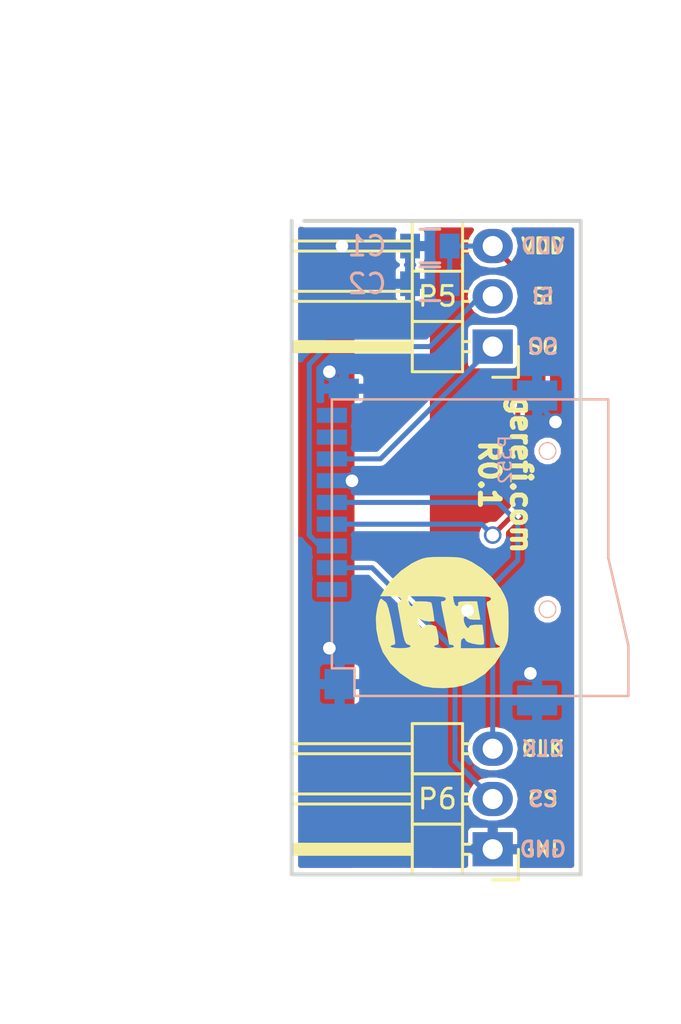
<source format=kicad_pcb>
(kicad_pcb (version 4) (host pcbnew 4.0.1-stable)

  (general
    (links 14)
    (no_connects 0)
    (area 153.934524 105.875 187.960001 158.718001)
    (thickness 1.6)
    (drawings 25)
    (tracks 48)
    (zones 0)
    (modules 6)
    (nets 7)
  )

  (page A portrait)
  (title_block
    (date 2016-12-31)
    (rev R0.1)
    (company "gerefi by DAECU")
  )

  (layers
    (0 F.Cu signal)
    (31 B.Cu signal)
    (32 B.Adhes user)
    (33 F.Adhes user)
    (34 B.Paste user)
    (35 F.Paste user)
    (36 B.SilkS user)
    (37 F.SilkS user)
    (38 B.Mask user)
    (39 F.Mask user)
    (40 Dwgs.User user)
    (41 Cmts.User user)
    (42 Eco1.User user)
    (43 Eco2.User user)
    (44 Edge.Cuts user)
  )

  (setup
    (last_trace_width 0.254)
    (trace_clearance 0.2032)
    (zone_clearance 0.2286)
    (zone_45_only no)
    (trace_min 0.254)
    (segment_width 0.2)
    (edge_width 0.2)
    (via_size 0.889)
    (via_drill 0.635)
    (via_min_size 0.889)
    (via_min_drill 0.508)
    (uvia_size 0.508)
    (uvia_drill 0.127)
    (uvias_allowed no)
    (uvia_min_size 0.508)
    (uvia_min_drill 0.127)
    (pcb_text_width 0.3)
    (pcb_text_size 1 1)
    (mod_edge_width 0.15)
    (mod_text_size 1 1)
    (mod_text_width 0.15)
    (pad_size 1.3 1.9)
    (pad_drill 0)
    (pad_to_mask_clearance 0.0762)
    (aux_axis_origin 0 0)
    (visible_elements 7FFFF77F)
    (pcbplotparams
      (layerselection 0x010fc_80000001)
      (usegerberextensions true)
      (excludeedgelayer true)
      (linewidth 0.150000)
      (plotframeref false)
      (viasonmask false)
      (mode 1)
      (useauxorigin false)
      (hpglpennumber 1)
      (hpglpenspeed 20)
      (hpglpendiameter 15)
      (hpglpenoverlay 2)
      (psnegative false)
      (psa4output false)
      (plotreference true)
      (plotvalue true)
      (plotinvisibletext false)
      (padsonsilk false)
      (subtractmaskfromsilk false)
      (outputformat 1)
      (mirror false)
      (drillshape 0)
      (scaleselection 1)
      (outputdirectory gerber/))
  )

  (net 0 "")
  (net 1 GND)
  (net 2 /SPI_MISO)
  (net 3 /SPI_MOSI)
  (net 4 /3.3V)
  (net 5 /CS_SD_MODULE)
  (net 6 /SPI_SCK)

  (net_class Default "Это класс цепей по умолчанию."
    (clearance 0.2032)
    (trace_width 0.254)
    (via_dia 0.889)
    (via_drill 0.635)
    (uvia_dia 0.508)
    (uvia_drill 0.127)
    (add_net /3.3V)
    (add_net /CS_SD_MODULE)
    (add_net /SPI_MISO)
    (add_net /SPI_MOSI)
    (add_net /SPI_SCK)
    (add_net GND)
  )

  (module MICRO-SDCARD-CONNECTOR-3300060P1 (layer B.Cu) (tedit 58624CA5) (tstamp 586245D2)
    (at 177.8 133.35)
    (descr MICRO-SDCARD-CONNECTOR-3300060P1)
    (tags "MICRO SD MEMORY CARD MMC")
    (path /58624F8A)
    (attr smd)
    (fp_text reference P352 (at 1.27 -4.445 270) (layer B.SilkS)
      (effects (font (size 0.635 0.635) (thickness 0.1016)) (justify mirror))
    )
    (fp_text value MICRO-SDCARD-CONNECTOR-3300060P1 (at 0 0 270) (layer B.SilkS) hide
      (effects (font (size 0.50038 0.50038) (thickness 0.1016)) (justify mirror))
    )
    (fp_line (start 7.493 4.953) (end 6.477 0.508) (layer B.SilkS) (width 0.127))
    (fp_line (start 6.477 -7.493) (end 6.477 0.5591) (layer B.SilkS) (width 0.127))
    (fp_line (start -7.493 -7.493) (end 6.477 -7.493) (layer B.SilkS) (width 0.127))
    (fp_line (start 7.493 7.493) (end 7.493 4.9619) (layer B.SilkS) (width 0.127))
    (fp_line (start -7.493 6.096) (end -6.35 6.096) (layer B.SilkS) (width 0.127))
    (fp_line (start -6.35 6.096) (end -6.35 7.493) (layer B.SilkS) (width 0.127))
    (fp_line (start -7.493 -7.493) (end -7.493 6.096) (layer B.SilkS) (width 0.127))
    (fp_line (start -6.35 7.493) (end 7.493 7.493) (layer B.SilkS) (width 0.127))
    (pad 1 smd rect (at -7.493 2.114) (size 1.524 0.762) (layers B.Cu B.Paste B.Mask))
    (pad 2 smd rect (at -7.493 1.014) (size 1.524 0.762) (layers B.Cu B.Paste B.Mask)
      (net 5 /CS_SD_MODULE))
    (pad 3 smd rect (at -7.493 -0.086) (size 1.524 0.762) (layers B.Cu B.Paste B.Mask)
      (net 3 /SPI_MOSI))
    (pad 4 smd rect (at -7.493 -1.186) (size 1.524 0.762) (layers B.Cu B.Paste B.Mask)
      (net 4 /3.3V))
    (pad 5 smd rect (at -7.493 -2.286) (size 1.524 0.762) (layers B.Cu B.Paste B.Mask)
      (net 6 /SPI_SCK))
    (pad 6 smd rect (at -7.493 -3.386) (size 1.524 0.762) (layers B.Cu B.Paste B.Mask)
      (net 1 GND))
    (pad 7 smd rect (at -7.493 -4.486) (size 1.524 0.762) (layers B.Cu B.Paste B.Mask)
      (net 2 /SPI_MISO))
    (pad 8 smd rect (at -7.493 -5.586) (size 1.524 0.762) (layers B.Cu B.Paste B.Mask))
    (pad 9 smd rect (at -7.493 -6.686) (size 1.524 0.762) (layers B.Cu B.Paste B.Mask))
    (pad G1 smd rect (at -6.893 -8.032) (size 1.524 1.016) (layers B.Cu B.Paste B.Mask)
      (net 1 GND))
    (pad G2 smd rect (at 2.88 -7.686) (size 2.032 1.524) (layers B.Cu B.Paste B.Mask)
      (net 1 GND))
    (pad G3 smd rect (at 2.88 7.714) (size 2.032 1.524) (layers B.Cu B.Paste B.Mask)
      (net 1 GND))
    (pad G4 smd rect (at -7.101 6.895) (size 1.524 1.524) (layers B.Cu B.Paste B.Mask)
      (net 1 GND))
    (pad "" thru_hole circle (at 3.407 -4.886) (size 0.889 0.889) (drill 0.762) (layers *.Cu *.Mask B.SilkS))
    (pad "" thru_hole circle (at 3.407 3.114) (size 0.889 0.889) (drill 0.762) (layers *.Cu *.Mask B.SilkS))
    (model ../gerefi_lib/3d/9P-SMD-W-RING.wrl
      (at (xyz -0.323 -0.33 -0.025))
      (scale (xyz 10 10 10))
      (rotate (xyz 0 0 0))
    )
  )

  (module Pin_Headers:Pin_Header_Angled_1x03 (layer F.Cu) (tedit 58624C0D) (tstamp 586248A1)
    (at 178.435 148.59 180)
    (descr "Through hole pin header")
    (tags "pin header")
    (path /58619400)
    (fp_text reference P6 (at 2.794 2.54 180) (layer F.SilkS)
      (effects (font (size 1 1) (thickness 0.15)))
    )
    (fp_text value CONN_01X03 (at 0 -3.1 180) (layer F.Fab) hide
      (effects (font (size 1 1) (thickness 0.15)))
    )
    (fp_line (start -1.5 -1.75) (end -1.5 6.85) (layer F.CrtYd) (width 0.05))
    (fp_line (start 10.65 -1.75) (end 10.65 6.85) (layer F.CrtYd) (width 0.05))
    (fp_line (start -1.5 -1.75) (end 10.65 -1.75) (layer F.CrtYd) (width 0.05))
    (fp_line (start -1.5 6.85) (end 10.65 6.85) (layer F.CrtYd) (width 0.05))
    (fp_line (start -1.3 -1.55) (end -1.3 0) (layer F.SilkS) (width 0.15))
    (fp_line (start 0 -1.55) (end -1.3 -1.55) (layer F.SilkS) (width 0.15))
    (fp_line (start 4.191 -0.127) (end 10.033 -0.127) (layer F.SilkS) (width 0.15))
    (fp_line (start 10.033 -0.127) (end 10.033 0.127) (layer F.SilkS) (width 0.15))
    (fp_line (start 10.033 0.127) (end 4.191 0.127) (layer F.SilkS) (width 0.15))
    (fp_line (start 4.191 0.127) (end 4.191 0) (layer F.SilkS) (width 0.15))
    (fp_line (start 4.191 0) (end 10.033 0) (layer F.SilkS) (width 0.15))
    (fp_line (start 1.524 -0.254) (end 1.143 -0.254) (layer F.SilkS) (width 0.15))
    (fp_line (start 1.524 0.254) (end 1.143 0.254) (layer F.SilkS) (width 0.15))
    (fp_line (start 1.524 2.286) (end 1.143 2.286) (layer F.SilkS) (width 0.15))
    (fp_line (start 1.524 2.794) (end 1.143 2.794) (layer F.SilkS) (width 0.15))
    (fp_line (start 1.524 4.826) (end 1.143 4.826) (layer F.SilkS) (width 0.15))
    (fp_line (start 1.524 5.334) (end 1.143 5.334) (layer F.SilkS) (width 0.15))
    (fp_line (start 4.064 1.27) (end 4.064 -1.27) (layer F.SilkS) (width 0.15))
    (fp_line (start 10.16 0.254) (end 4.064 0.254) (layer F.SilkS) (width 0.15))
    (fp_line (start 10.16 -0.254) (end 10.16 0.254) (layer F.SilkS) (width 0.15))
    (fp_line (start 4.064 -0.254) (end 10.16 -0.254) (layer F.SilkS) (width 0.15))
    (fp_line (start 1.524 1.27) (end 4.064 1.27) (layer F.SilkS) (width 0.15))
    (fp_line (start 1.524 -1.27) (end 1.524 1.27) (layer F.SilkS) (width 0.15))
    (fp_line (start 1.524 -1.27) (end 4.064 -1.27) (layer F.SilkS) (width 0.15))
    (fp_line (start 1.524 3.81) (end 4.064 3.81) (layer F.SilkS) (width 0.15))
    (fp_line (start 1.524 3.81) (end 1.524 6.35) (layer F.SilkS) (width 0.15))
    (fp_line (start 4.064 4.826) (end 10.16 4.826) (layer F.SilkS) (width 0.15))
    (fp_line (start 10.16 4.826) (end 10.16 5.334) (layer F.SilkS) (width 0.15))
    (fp_line (start 10.16 5.334) (end 4.064 5.334) (layer F.SilkS) (width 0.15))
    (fp_line (start 4.064 6.35) (end 4.064 3.81) (layer F.SilkS) (width 0.15))
    (fp_line (start 4.064 3.81) (end 4.064 1.27) (layer F.SilkS) (width 0.15))
    (fp_line (start 10.16 2.794) (end 4.064 2.794) (layer F.SilkS) (width 0.15))
    (fp_line (start 10.16 2.286) (end 10.16 2.794) (layer F.SilkS) (width 0.15))
    (fp_line (start 4.064 2.286) (end 10.16 2.286) (layer F.SilkS) (width 0.15))
    (fp_line (start 1.524 3.81) (end 4.064 3.81) (layer F.SilkS) (width 0.15))
    (fp_line (start 1.524 1.27) (end 1.524 3.81) (layer F.SilkS) (width 0.15))
    (fp_line (start 1.524 1.27) (end 4.064 1.27) (layer F.SilkS) (width 0.15))
    (fp_line (start 1.524 6.35) (end 4.064 6.35) (layer F.SilkS) (width 0.15))
    (pad 1 thru_hole rect (at 0 0 180) (size 2.032 1.7272) (drill 1.016) (layers *.Cu *.Mask)
      (net 1 GND))
    (pad 2 thru_hole oval (at 0 2.54 180) (size 2.032 1.7272) (drill 1.016) (layers *.Cu *.Mask)
      (net 5 /CS_SD_MODULE))
    (pad 3 thru_hole oval (at 0 5.08 180) (size 2.032 1.7272) (drill 1.016) (layers *.Cu *.Mask)
      (net 6 /SPI_SCK))
    (model Pin_Headers.3dshapes/Pin_Header_Angled_1x03.wrl
      (at (xyz 0 -0.1 0))
      (scale (xyz 1 1 1))
      (rotate (xyz 0 0 90))
    )
  )

  (module Pin_Headers:Pin_Header_Angled_1x03 (layer F.Cu) (tedit 58624C07) (tstamp 58624874)
    (at 178.435 123.19 180)
    (descr "Through hole pin header")
    (tags "pin header")
    (path /58618F13)
    (fp_text reference P5 (at 2.794 2.54 180) (layer F.SilkS)
      (effects (font (size 1 1) (thickness 0.15)))
    )
    (fp_text value CONN_01X03 (at 0 -3.1 180) (layer F.Fab) hide
      (effects (font (size 1 1) (thickness 0.15)))
    )
    (fp_line (start -1.5 -1.75) (end -1.5 6.85) (layer F.CrtYd) (width 0.05))
    (fp_line (start 10.65 -1.75) (end 10.65 6.85) (layer F.CrtYd) (width 0.05))
    (fp_line (start -1.5 -1.75) (end 10.65 -1.75) (layer F.CrtYd) (width 0.05))
    (fp_line (start -1.5 6.85) (end 10.65 6.85) (layer F.CrtYd) (width 0.05))
    (fp_line (start -1.3 -1.55) (end -1.3 0) (layer F.SilkS) (width 0.15))
    (fp_line (start 0 -1.55) (end -1.3 -1.55) (layer F.SilkS) (width 0.15))
    (fp_line (start 4.191 -0.127) (end 10.033 -0.127) (layer F.SilkS) (width 0.15))
    (fp_line (start 10.033 -0.127) (end 10.033 0.127) (layer F.SilkS) (width 0.15))
    (fp_line (start 10.033 0.127) (end 4.191 0.127) (layer F.SilkS) (width 0.15))
    (fp_line (start 4.191 0.127) (end 4.191 0) (layer F.SilkS) (width 0.15))
    (fp_line (start 4.191 0) (end 10.033 0) (layer F.SilkS) (width 0.15))
    (fp_line (start 1.524 -0.254) (end 1.143 -0.254) (layer F.SilkS) (width 0.15))
    (fp_line (start 1.524 0.254) (end 1.143 0.254) (layer F.SilkS) (width 0.15))
    (fp_line (start 1.524 2.286) (end 1.143 2.286) (layer F.SilkS) (width 0.15))
    (fp_line (start 1.524 2.794) (end 1.143 2.794) (layer F.SilkS) (width 0.15))
    (fp_line (start 1.524 4.826) (end 1.143 4.826) (layer F.SilkS) (width 0.15))
    (fp_line (start 1.524 5.334) (end 1.143 5.334) (layer F.SilkS) (width 0.15))
    (fp_line (start 4.064 1.27) (end 4.064 -1.27) (layer F.SilkS) (width 0.15))
    (fp_line (start 10.16 0.254) (end 4.064 0.254) (layer F.SilkS) (width 0.15))
    (fp_line (start 10.16 -0.254) (end 10.16 0.254) (layer F.SilkS) (width 0.15))
    (fp_line (start 4.064 -0.254) (end 10.16 -0.254) (layer F.SilkS) (width 0.15))
    (fp_line (start 1.524 1.27) (end 4.064 1.27) (layer F.SilkS) (width 0.15))
    (fp_line (start 1.524 -1.27) (end 1.524 1.27) (layer F.SilkS) (width 0.15))
    (fp_line (start 1.524 -1.27) (end 4.064 -1.27) (layer F.SilkS) (width 0.15))
    (fp_line (start 1.524 3.81) (end 4.064 3.81) (layer F.SilkS) (width 0.15))
    (fp_line (start 1.524 3.81) (end 1.524 6.35) (layer F.SilkS) (width 0.15))
    (fp_line (start 4.064 4.826) (end 10.16 4.826) (layer F.SilkS) (width 0.15))
    (fp_line (start 10.16 4.826) (end 10.16 5.334) (layer F.SilkS) (width 0.15))
    (fp_line (start 10.16 5.334) (end 4.064 5.334) (layer F.SilkS) (width 0.15))
    (fp_line (start 4.064 6.35) (end 4.064 3.81) (layer F.SilkS) (width 0.15))
    (fp_line (start 4.064 3.81) (end 4.064 1.27) (layer F.SilkS) (width 0.15))
    (fp_line (start 10.16 2.794) (end 4.064 2.794) (layer F.SilkS) (width 0.15))
    (fp_line (start 10.16 2.286) (end 10.16 2.794) (layer F.SilkS) (width 0.15))
    (fp_line (start 4.064 2.286) (end 10.16 2.286) (layer F.SilkS) (width 0.15))
    (fp_line (start 1.524 3.81) (end 4.064 3.81) (layer F.SilkS) (width 0.15))
    (fp_line (start 1.524 1.27) (end 1.524 3.81) (layer F.SilkS) (width 0.15))
    (fp_line (start 1.524 1.27) (end 4.064 1.27) (layer F.SilkS) (width 0.15))
    (fp_line (start 1.524 6.35) (end 4.064 6.35) (layer F.SilkS) (width 0.15))
    (pad 1 thru_hole rect (at 0 0 180) (size 2.032 1.7272) (drill 1.016) (layers *.Cu *.Mask)
      (net 2 /SPI_MISO))
    (pad 2 thru_hole oval (at 0 2.54 180) (size 2.032 1.7272) (drill 1.016) (layers *.Cu *.Mask)
      (net 3 /SPI_MOSI))
    (pad 3 thru_hole oval (at 0 5.08 180) (size 2.032 1.7272) (drill 1.016) (layers *.Cu *.Mask)
      (net 4 /3.3V))
    (model Pin_Headers.3dshapes/Pin_Header_Angled_1x03.wrl
      (at (xyz 0 -0.1 0))
      (scale (xyz 1 1 1))
      (rotate (xyz 0 0 90))
    )
  )

  (module LOGO_F (layer F.Cu) (tedit 0) (tstamp 5867AF36)
    (at 175.895 137.16)
    (path /52FE356F)
    (fp_text reference G1 (at 0 4.14782) (layer F.SilkS) hide
      (effects (font (thickness 0.3048)))
    )
    (fp_text value LOGO (at 0 -4.14782) (layer F.SilkS) hide
      (effects (font (thickness 0.3048)))
    )
    (fp_poly (pts (xy 3.34518 -0.04318) (xy 3.3401 0.381) (xy 3.32486 0.68326) (xy 3.28676 0.90932)
      (xy 3.22326 1.1049) (xy 3.12166 1.3208) (xy 3.10896 1.3462) (xy 2.921 1.64084)
      (xy 2.921 1.18618) (xy 2.79654 1.1049) (xy 2.75844 1.09982) (xy 2.68732 1.016)
      (xy 2.60096 0.76708) (xy 2.5019 0.35052) (xy 2.46126 0.14732) (xy 2.38252 -0.24638)
      (xy 2.31394 -0.58928) (xy 2.2606 -0.84074) (xy 2.23266 -0.9525) (xy 2.2479 -1.07696)
      (xy 2.32156 -1.09982) (xy 2.4384 -1.16586) (xy 2.45618 -1.22682) (xy 2.42824 -1.28524)
      (xy 2.33172 -1.3208) (xy 2.13868 -1.34366) (xy 1.82372 -1.35382) (xy 1.49606 -1.35382)
      (xy 0.53594 -1.35382) (xy 0.57404 -1.09982) (xy 0.63246 -0.92202) (xy 0.7239 -0.84836)
      (xy 0.72644 -0.84582) (xy 0.80264 -0.90678) (xy 0.79248 -0.97536) (xy 0.79248 -1.04648)
      (xy 0.889 -1.08458) (xy 1.10744 -1.09982) (xy 1.24714 -1.09982) (xy 1.75006 -1.09982)
      (xy 1.83388 -0.635) (xy 1.9177 -0.17018) (xy 1.59258 -0.17018) (xy 1.38684 -0.1905)
      (xy 1.27508 -0.23876) (xy 1.27 -0.254) (xy 1.20142 -0.3302) (xy 1.15316 -0.33782)
      (xy 1.0795 -0.2921) (xy 1.08204 -0.127) (xy 1.0922 -0.07112) (xy 1.1557 0.1016)
      (xy 1.24206 0.22352) (xy 1.3208 0.25908) (xy 1.35382 0.1778) (xy 1.35382 0.17526)
      (xy 1.43002 0.11684) (xy 1.61544 0.08636) (xy 1.68656 0.08382) (xy 2.0193 0.08382)
      (xy 2.07772 0.55372) (xy 2.10312 0.81788) (xy 2.10312 1.01092) (xy 2.09042 1.06934)
      (xy 1.9685 1.09982) (xy 1.76022 1.08458) (xy 1.52146 1.03886) (xy 1.31318 0.97536)
      (xy 1.1938 0.90424) (xy 1.18618 0.88138) (xy 1.1176 0.7747) (xy 1.05918 0.762)
      (xy 0.95758 0.8382) (xy 0.93218 1.016) (xy 0.93218 1.27) (xy 1.95072 1.27)
      (xy 2.42062 1.26238) (xy 2.74066 1.2446) (xy 2.90322 1.21158) (xy 2.921 1.18618)
      (xy 2.921 1.64084) (xy 2.67716 2.02692) (xy 2.15646 2.5654) (xy 1.5494 2.9591)
      (xy 1.02108 3.16484) (xy 0.59182 3.24866) (xy 0.59182 1.18618) (xy 0.52324 1.10998)
      (xy 0.46482 1.09982) (xy 0.35306 1.08458) (xy 0.33782 1.06934) (xy 0.32258 0.98044)
      (xy 0.2794 0.75692) (xy 0.21336 0.4318) (xy 0.13462 0.04064) (xy 0.127 0)
      (xy 0.03556 -0.44958) (xy -0.02794 -0.75692) (xy -0.06096 -0.94996) (xy -0.06858 -1.0541)
      (xy -0.05334 -1.09728) (xy -0.01524 -1.1049) (xy 0.04318 -1.09982) (xy 0.15494 -1.1684)
      (xy 0.17018 -1.22682) (xy 0.14224 -1.28524) (xy 0.04572 -1.3208) (xy -0.14732 -1.34366)
      (xy -0.46228 -1.35382) (xy -0.78994 -1.35382) (xy -1.75006 -1.35382) (xy -1.71196 -1.09982)
      (xy -1.65354 -0.92202) (xy -1.5621 -0.84836) (xy -1.55956 -0.84582) (xy -1.48336 -0.90678)
      (xy -1.49352 -0.97282) (xy -1.49098 -1.04902) (xy -1.39446 -1.08712) (xy -1.1684 -1.09982)
      (xy -1.07188 -1.09982) (xy -0.80772 -1.08966) (xy -0.61976 -1.05918) (xy -0.56134 -1.03378)
      (xy -0.52578 -0.9144) (xy -0.48514 -0.69088) (xy -0.45974 -0.52578) (xy -0.40132 -0.08382)
      (xy -0.69342 -0.08382) (xy -0.91948 -0.11176) (xy -1.07696 -0.18034) (xy -1.08204 -0.18542)
      (xy -1.1938 -0.254) (xy -1.2319 -0.17018) (xy -1.21158 0.02032) (xy -1.143 0.17018)
      (xy -1.04394 0.254) (xy -0.95758 0.24892) (xy -0.93218 0.17018) (xy -0.86106 0.10668)
      (xy -0.69596 0.08382) (xy -0.50546 0.1016) (xy -0.35306 0.15494) (xy -0.31242 0.20066)
      (xy -0.27432 0.35052) (xy -0.2286 0.59436) (xy -0.20828 0.70866) (xy -0.18288 0.94996)
      (xy -0.20066 1.0668) (xy -0.27686 1.09982) (xy -0.28702 1.09982) (xy -0.4064 1.143)
      (xy -0.42418 1.18618) (xy -0.34544 1.22936) (xy -0.14478 1.25984) (xy 0.08382 1.27)
      (xy 0.3556 1.2573) (xy 0.53848 1.22428) (xy 0.59182 1.18618) (xy 0.59182 3.24866)
      (xy 0.5715 3.25374) (xy 0.0508 3.2893) (xy -0.4699 3.27152) (xy -0.91694 3.2004)
      (xy -0.99314 3.17754) (xy -1.59004 2.91338) (xy -2.15392 2.52222) (xy -2.63652 2.03708)
      (xy -2.99974 1.49606) (xy -3.03022 1.43256) (xy -3.22326 0.90932) (xy -3.3401 0.32258)
      (xy -3.3655 -0.2413) (xy -3.3528 -0.39624) (xy -3.29946 -0.7366) (xy -3.23088 -1.01092)
      (xy -3.15722 -1.18872) (xy -3.0861 -1.23698) (xy -3.06578 -1.21666) (xy -2.93624 -1.10998)
      (xy -2.88544 -1.08712) (xy -2.80924 -0.98298) (xy -2.7178 -0.71374) (xy -2.6162 -0.2921)
      (xy -2.57302 -0.08128) (xy -2.48158 0.38354) (xy -2.42316 0.70612) (xy -2.39268 0.9144)
      (xy -2.39014 1.03124) (xy -2.41554 1.08458) (xy -2.4638 1.09982) (xy -2.49682 1.09982)
      (xy -2.61112 1.14554) (xy -2.62382 1.18618) (xy -2.54762 1.22936) (xy -2.34696 1.25984)
      (xy -2.11582 1.27) (xy -1.8288 1.25476) (xy -1.651 1.21412) (xy -1.60274 1.15824)
      (xy -1.7018 1.09728) (xy -1.76276 1.0795) (xy -1.8415 1.02362) (xy -1.91008 0.88646)
      (xy -1.97866 0.63754) (xy -2.05486 0.25146) (xy -2.06248 0.2032) (xy -2.13106 -0.18288)
      (xy -2.19456 -0.52578) (xy -2.24282 -0.78232) (xy -2.25806 -0.86868) (xy -2.27076 -1.0414)
      (xy -2.19202 -1.09982) (xy -2.1717 -1.10236) (xy -2.07772 -1.15316) (xy -2.08534 -1.22936)
      (xy -2.1717 -1.30556) (xy -2.36728 -1.3462) (xy -2.6416 -1.35636) (xy -3.14706 -1.35382)
      (xy -2.95656 -1.67132) (xy -2.5781 -2.18186) (xy -2.09296 -2.64668) (xy -1.55702 -3.01244)
      (xy -1.44018 -3.0734) (xy -1.18618 -3.19532) (xy -0.97536 -3.27152) (xy -0.75692 -3.31724)
      (xy -0.48514 -3.33756) (xy -0.10668 -3.34264) (xy 0.04064 -3.34264) (xy 0.46482 -3.33756)
      (xy 0.76962 -3.32232) (xy 1.00076 -3.28422) (xy 1.2065 -3.21564) (xy 1.43764 -3.1115)
      (xy 1.47574 -3.09372) (xy 2.00914 -2.7559) (xy 2.50444 -2.30378) (xy 2.91592 -1.78816)
      (xy 3.10134 -1.46812) (xy 3.21056 -1.2319) (xy 3.28168 -1.02616) (xy 3.31978 -0.8001)
      (xy 3.3401 -0.50546) (xy 3.34264 -0.09398) (xy 3.34518 -0.04318) (xy 3.34518 -0.04318)) (layer F.SilkS) (width 0.00254))
  )

  (module C_0805 (layer B.Cu) (tedit 5867B011) (tstamp 5867AFA6)
    (at 175.26 118.11)
    (descr "Capacitor SMD 0805, reflow soldering, AVX (see smccp.pdf)")
    (tags "capacitor 0805")
    (path /5869212A)
    (attr smd)
    (fp_text reference C1 (at -3.175 0) (layer B.SilkS)
      (effects (font (size 1 1) (thickness 0.15)) (justify mirror))
    )
    (fp_text value 1000pF (at 0 -2.1) (layer B.Fab) hide
      (effects (font (size 1 1) (thickness 0.15)) (justify mirror))
    )
    (fp_line (start -1 -0.625) (end -1 0.625) (layer B.Fab) (width 0.15))
    (fp_line (start 1 -0.625) (end -1 -0.625) (layer B.Fab) (width 0.15))
    (fp_line (start 1 0.625) (end 1 -0.625) (layer B.Fab) (width 0.15))
    (fp_line (start -1 0.625) (end 1 0.625) (layer B.Fab) (width 0.15))
    (fp_line (start -1.8 1) (end 1.8 1) (layer B.CrtYd) (width 0.05))
    (fp_line (start -1.8 -1) (end 1.8 -1) (layer B.CrtYd) (width 0.05))
    (fp_line (start -1.8 1) (end -1.8 -1) (layer B.CrtYd) (width 0.05))
    (fp_line (start 1.8 1) (end 1.8 -1) (layer B.CrtYd) (width 0.05))
    (fp_line (start 0.5 0.85) (end -0.5 0.85) (layer B.SilkS) (width 0.15))
    (fp_line (start -0.5 -0.85) (end 0.5 -0.85) (layer B.SilkS) (width 0.15))
    (pad 1 smd rect (at -1 0) (size 1 1.25) (layers B.Cu B.Paste B.Mask)
      (net 1 GND))
    (pad 2 smd rect (at 1 0) (size 1 1.25) (layers B.Cu B.Paste B.Mask)
      (net 4 /3.3V))
    (model Capacitors_SMD.3dshapes/C_0805.wrl
      (at (xyz 0 0 0))
      (scale (xyz 1 1 1))
      (rotate (xyz 0 0 0))
    )
  )

  (module C_0805 (layer B.Cu) (tedit 5867B00D) (tstamp 5867AFB6)
    (at 175.26 120.015)
    (descr "Capacitor SMD 0805, reflow soldering, AVX (see smccp.pdf)")
    (tags "capacitor 0805")
    (path /5869211A)
    (attr smd)
    (fp_text reference C2 (at -3.175 0) (layer B.SilkS)
      (effects (font (size 1 1) (thickness 0.15)) (justify mirror))
    )
    (fp_text value 0.1uF (at 0 -2.1) (layer B.Fab) hide
      (effects (font (size 1 1) (thickness 0.15)) (justify mirror))
    )
    (fp_line (start -1 -0.625) (end -1 0.625) (layer B.Fab) (width 0.15))
    (fp_line (start 1 -0.625) (end -1 -0.625) (layer B.Fab) (width 0.15))
    (fp_line (start 1 0.625) (end 1 -0.625) (layer B.Fab) (width 0.15))
    (fp_line (start -1 0.625) (end 1 0.625) (layer B.Fab) (width 0.15))
    (fp_line (start -1.8 1) (end 1.8 1) (layer B.CrtYd) (width 0.05))
    (fp_line (start -1.8 -1) (end 1.8 -1) (layer B.CrtYd) (width 0.05))
    (fp_line (start -1.8 1) (end -1.8 -1) (layer B.CrtYd) (width 0.05))
    (fp_line (start 1.8 1) (end 1.8 -1) (layer B.CrtYd) (width 0.05))
    (fp_line (start 0.5 0.85) (end -0.5 0.85) (layer B.SilkS) (width 0.15))
    (fp_line (start -0.5 -0.85) (end 0.5 -0.85) (layer B.SilkS) (width 0.15))
    (pad 1 smd rect (at -1 0) (size 1 1.25) (layers B.Cu B.Paste B.Mask)
      (net 1 GND))
    (pad 2 smd rect (at 1 0) (size 1 1.25) (layers B.Cu B.Paste B.Mask)
      (net 4 /3.3V))
    (model Capacitors_SMD.3dshapes/C_0805.wrl
      (at (xyz 0 0 0))
      (scale (xyz 1 1 1))
      (rotate (xyz 0 0 0))
    )
  )

  (gr_text "gerefi.com\nR0.1" (at 179.07 129.667 270) (layer F.SilkS)
    (effects (font (size 1 1) (thickness 0.25)))
  )
  (dimension 11.049 (width 0.25) (layer Cmts.User)
    (gr_text "11.049 mm" (at 179.7685 157.718) (layer Cmts.User)
      (effects (font (size 1 1) (thickness 0.25)))
    )
    (feature1 (pts (xy 174.244 143.129) (xy 174.244 158.718)))
    (feature2 (pts (xy 185.293 143.129) (xy 185.293 158.718)))
    (crossbar (pts (xy 185.293 156.718) (xy 174.244 156.718)))
    (arrow1a (pts (xy 174.244 156.718) (xy 175.370504 156.131579)))
    (arrow1b (pts (xy 174.244 156.718) (xy 175.370504 157.304421)))
    (arrow2a (pts (xy 185.293 156.718) (xy 184.166496 156.131579)))
    (arrow2b (pts (xy 185.293 156.718) (xy 184.166496 157.304421)))
  )
  (dimension 33.02 (width 0.25) (layer Cmts.User)
    (gr_text "1.3000 in" (at 157.75 133.35 90) (layer Cmts.User)
      (effects (font (size 1 1) (thickness 0.25)))
    )
    (feature1 (pts (xy 168.275 116.84) (xy 156.75 116.84)))
    (feature2 (pts (xy 168.275 149.86) (xy 156.75 149.86)))
    (crossbar (pts (xy 158.75 149.86) (xy 158.75 116.84)))
    (arrow1a (pts (xy 158.75 116.84) (xy 159.336421 117.966504)))
    (arrow1b (pts (xy 158.75 116.84) (xy 158.163579 117.966504)))
    (arrow2a (pts (xy 158.75 149.86) (xy 159.336421 148.733496)))
    (arrow2b (pts (xy 158.75 149.86) (xy 158.163579 148.733496)))
  )
  (dimension 14.605 (width 0.25) (layer Cmts.User)
    (gr_text "0.5750 in" (at 175.5775 106.95) (layer Cmts.User)
      (effects (font (size 1 1) (thickness 0.25)))
    )
    (feature1 (pts (xy 182.88 116.205) (xy 182.88 105.95)))
    (feature2 (pts (xy 168.275 116.205) (xy 168.275 105.95)))
    (crossbar (pts (xy 168.275 107.95) (xy 182.88 107.95)))
    (arrow1a (pts (xy 182.88 107.95) (xy 181.753496 108.536421)))
    (arrow1b (pts (xy 182.88 107.95) (xy 181.753496 107.363579)))
    (arrow2a (pts (xy 168.275 107.95) (xy 169.401504 108.536421)))
    (arrow2b (pts (xy 168.275 107.95) (xy 169.401504 107.363579)))
  )
  (dimension 14.605 (width 0.25) (layer Cmts.User)
    (gr_text "14.605 mm" (at 175.5775 109.49) (layer Cmts.User)
      (effects (font (size 1 1) (thickness 0.25)))
    )
    (feature1 (pts (xy 182.88 116.205) (xy 182.88 108.49)))
    (feature2 (pts (xy 168.275 116.205) (xy 168.275 108.49)))
    (crossbar (pts (xy 168.275 110.49) (xy 182.88 110.49)))
    (arrow1a (pts (xy 182.88 110.49) (xy 181.753496 111.076421)))
    (arrow1b (pts (xy 182.88 110.49) (xy 181.753496 109.903579)))
    (arrow2a (pts (xy 168.275 110.49) (xy 169.401504 111.076421)))
    (arrow2b (pts (xy 168.275 110.49) (xy 169.401504 109.903579)))
  )
  (dimension 33.02 (width 0.25) (layer Cmts.User)
    (gr_text "33.020 mm" (at 160.29 133.35 90) (layer Cmts.User)
      (effects (font (size 1 1) (thickness 0.25)))
    )
    (feature1 (pts (xy 167.64 116.84) (xy 159.29 116.84)))
    (feature2 (pts (xy 167.64 149.86) (xy 159.29 149.86)))
    (crossbar (pts (xy 161.29 149.86) (xy 161.29 116.84)))
    (arrow1a (pts (xy 161.29 116.84) (xy 161.876421 117.966504)))
    (arrow1b (pts (xy 161.29 116.84) (xy 160.703579 117.966504)))
    (arrow2a (pts (xy 161.29 149.86) (xy 161.876421 148.733496)))
    (arrow2b (pts (xy 161.29 149.86) (xy 160.703579 148.733496)))
  )
  (gr_line (start 174.293 140.97) (end 174.293 143.129) (angle 90) (layer Cmts.User) (width 0.2) (tstamp 5867A102))
  (gr_line (start 185.293 140.97) (end 185.293 143.129) (angle 90) (layer Cmts.User) (width 0.2))
  (gr_line (start 168.275 116.84) (end 169.545 116.84) (angle 90) (layer Eco2.User) (width 0.2))
  (gr_line (start 168.275 149.86) (end 168.275 116.84) (angle 90) (layer Edge.Cuts) (width 0.2))
  (gr_line (start 182.88 149.86) (end 168.275 149.86) (angle 90) (layer Edge.Cuts) (width 0.2))
  (gr_line (start 182.88 116.84) (end 182.88 149.86) (angle 90) (layer Edge.Cuts) (width 0.2))
  (gr_line (start 168.91 116.84) (end 182.88 116.84) (angle 90) (layer Edge.Cuts) (width 0.2))
  (gr_text VDD (at 180.975 118.11) (layer B.SilkS) (tstamp 52FE40E0)
    (effects (font (size 0.762 0.762) (thickness 0.1524)) (justify mirror))
  )
  (gr_text SI (at 180.975 120.65) (layer B.SilkS) (tstamp 52FE40DF)
    (effects (font (size 0.762 0.762) (thickness 0.1524)) (justify mirror))
  )
  (gr_text SO (at 180.975 123.19) (layer B.SilkS) (tstamp 52FE40DE)
    (effects (font (size 0.762 0.762) (thickness 0.1524)) (justify mirror))
  )
  (gr_text CLK (at 180.975 143.51) (layer B.SilkS) (tstamp 52FE40D7)
    (effects (font (size 0.762 0.762) (thickness 0.1524)) (justify mirror))
  )
  (gr_text CS (at 180.975 146.05) (layer B.SilkS) (tstamp 52FE40D6)
    (effects (font (size 0.762 0.762) (thickness 0.1524)) (justify mirror))
  )
  (gr_text GND (at 180.975 148.59) (layer B.SilkS) (tstamp 52FE40D5)
    (effects (font (size 0.762 0.762) (thickness 0.1524)) (justify mirror))
  )
  (gr_text GND (at 180.975 148.59) (layer F.SilkS)
    (effects (font (size 0.762 0.762) (thickness 0.1524)))
  )
  (gr_text CS (at 180.975 146.05) (layer F.SilkS)
    (effects (font (size 0.762 0.762) (thickness 0.1524)))
  )
  (gr_text CLK (at 180.975 143.51) (layer F.SilkS)
    (effects (font (size 0.762 0.762) (thickness 0.1524)))
  )
  (gr_text SO (at 180.975 123.19) (layer F.SilkS)
    (effects (font (size 0.762 0.762) (thickness 0.1524)))
  )
  (gr_text SI (at 180.975 120.65) (layer F.SilkS)
    (effects (font (size 0.762 0.762) (thickness 0.1524)))
  )
  (gr_text VDD (at 180.975 118.11) (layer F.SilkS)
    (effects (font (size 0.762 0.762) (thickness 0.1524)))
  )

  (segment (start 177.165 136.525) (end 180.34 139.7) (width 0.254) (layer F.Cu) (net 1))
  (segment (start 180.68 140.04) (end 180.34 139.7) (width 0.254) (layer B.Cu) (net 1) (tstamp 5867A970))
  (via (at 180.34 139.7) (size 0.889) (drill 0.635) (layers F.Cu B.Cu) (net 1))
  (segment (start 180.68 140.04) (end 180.68 141.064) (width 0.254) (layer B.Cu) (net 1))
  (via (at 177.165 136.525) (size 0.889) (drill 0.635) (layers F.Cu B.Cu) (net 1))
  (segment (start 174.26 118.11) (end 170.815 118.11) (width 0.254) (layer B.Cu) (net 1))
  (via (at 170.815 118.11) (size 0.889) (drill 0.635) (layers F.Cu B.Cu) (net 1))
  (segment (start 174.26 118.11) (end 174.26 120.015) (width 0.254) (layer B.Cu) (net 1))
  (segment (start 170.307 129.964) (end 171.3152 129.964) (width 0.254) (layer B.Cu) (net 1))
  (via (at 171.323 129.9718) (size 0.889) (drill 0.635) (layers F.Cu B.Cu) (net 1))
  (segment (start 171.3152 129.964) (end 171.323 129.9718) (width 0.254) (layer B.Cu) (net 1) (tstamp 5867A990))
  (segment (start 180.68 125.664) (end 180.68 126.07) (width 0.254) (layer B.Cu) (net 1))
  (segment (start 180.68 126.07) (end 181.61 127) (width 0.254) (layer B.Cu) (net 1) (tstamp 5867A978))
  (via (at 181.61 127) (size 0.889) (drill 0.635) (layers F.Cu B.Cu) (net 1))
  (segment (start 170.699 140.245) (end 170.699 138.949) (width 0.254) (layer B.Cu) (net 1))
  (via (at 170.18 138.43) (size 0.889) (drill 0.635) (layers F.Cu B.Cu) (net 1))
  (segment (start 170.699 138.949) (end 170.18 138.43) (width 0.254) (layer B.Cu) (net 1) (tstamp 5867A95D))
  (segment (start 170.907 125.318) (end 170.907 125.187) (width 0.254) (layer B.Cu) (net 1))
  (segment (start 170.907 125.187) (end 170.18 124.46) (width 0.254) (layer B.Cu) (net 1) (tstamp 5867A953))
  (via (at 170.18 124.46) (size 0.889) (drill 0.635) (layers F.Cu B.Cu) (net 1))
  (segment (start 170.307 128.864) (end 172.761 128.864) (width 0.254) (layer B.Cu) (net 2))
  (segment (start 172.761 128.864) (end 178.435 123.19) (width 0.254) (layer B.Cu) (net 2) (tstamp 5867A200))
  (segment (start 178.435 120.65) (end 177.8 120.65) (width 0.254) (layer B.Cu) (net 3))
  (segment (start 177.8 120.65) (end 175.26 123.19) (width 0.254) (layer B.Cu) (net 3) (tstamp 5867B028))
  (segment (start 175.26 123.19) (end 170.053 123.19) (width 0.254) (layer B.Cu) (net 3) (tstamp 5867B029))
  (segment (start 170.307 133.264) (end 169.713 133.264) (width 0.254) (layer B.Cu) (net 3))
  (segment (start 169.713 133.264) (end 169.164 132.715) (width 0.254) (layer B.Cu) (net 3) (tstamp 5867A409))
  (segment (start 169.164 132.715) (end 169.164 124.079) (width 0.254) (layer B.Cu) (net 3) (tstamp 5867A410))
  (segment (start 169.164 124.079) (end 170.053 123.19) (width 0.254) (layer B.Cu) (net 3) (tstamp 5867A41D))
  (segment (start 176.26 120.015) (end 176.26 118.11) (width 0.254) (layer B.Cu) (net 4))
  (segment (start 176.26 118.11) (end 178.435 118.11) (width 0.254) (layer B.Cu) (net 4) (tstamp 5867B082))
  (segment (start 170.307 132.164) (end 177.884 132.164) (width 0.254) (layer B.Cu) (net 4))
  (segment (start 180.975 120.65) (end 178.435 118.11) (width 0.254) (layer F.Cu) (net 4) (tstamp 5867A886))
  (segment (start 180.975 125.095) (end 180.975 120.65) (width 0.254) (layer F.Cu) (net 4) (tstamp 5867A884))
  (segment (start 179.705 126.365) (end 180.975 125.095) (width 0.254) (layer F.Cu) (net 4) (tstamp 5867A882))
  (segment (start 179.705 131.445) (end 179.705 126.365) (width 0.254) (layer F.Cu) (net 4) (tstamp 5867A878))
  (segment (start 178.435 132.715) (end 179.705 131.445) (width 0.254) (layer F.Cu) (net 4) (tstamp 5867A877))
  (via (at 178.435 132.715) (size 0.889) (drill 0.635) (layers F.Cu B.Cu) (net 4))
  (segment (start 177.884 132.164) (end 178.435 132.715) (width 0.254) (layer B.Cu) (net 4) (tstamp 5867A86A))
  (segment (start 170.307 134.364) (end 172.337 134.364) (width 0.254) (layer B.Cu) (net 5))
  (segment (start 176.53 144.145) (end 178.435 146.05) (width 0.254) (layer B.Cu) (net 5) (tstamp 5867A1F8))
  (segment (start 176.53 138.557) (end 176.53 144.145) (width 0.254) (layer B.Cu) (net 5) (tstamp 5867A1F6))
  (segment (start 172.337 134.364) (end 176.53 138.557) (width 0.254) (layer B.Cu) (net 5) (tstamp 5867A1F0))
  (segment (start 170.307 131.064) (end 178.689 131.064) (width 0.254) (layer B.Cu) (net 6))
  (segment (start 178.435 135.255) (end 178.435 143.51) (width 0.254) (layer B.Cu) (net 6) (tstamp 5867A89E))
  (segment (start 179.705 133.985) (end 178.435 135.255) (width 0.254) (layer B.Cu) (net 6) (tstamp 5867A898))
  (segment (start 179.705 132.08) (end 179.705 133.985) (width 0.254) (layer B.Cu) (net 6) (tstamp 5867A896))
  (segment (start 178.689 131.064) (end 179.705 132.08) (width 0.254) (layer B.Cu) (net 6) (tstamp 5867A88D))

  (zone (net 1) (net_name GND) (layer B.Cu) (tstamp 5867A541) (hatch edge 0.508)
    (connect_pads (clearance 0.2286))
    (min_thickness 0.254)
    (fill yes (arc_segments 16) (thermal_gap 0.2286) (thermal_bridge_width 0.508))
    (polygon
      (pts
        (xy 187.96 111.76) (xy 187.96 154.94) (xy 165.1 154.94) (xy 162.56 154.94) (xy 162.56 111.76)
      )
    )
    (filled_polygon
      (pts
        (xy 182.4244 149.4044) (xy 179.8066 149.4044) (xy 179.8066 148.8059) (xy 179.7177 148.717) (xy 178.562 148.717)
        (xy 178.562 148.737) (xy 178.308 148.737) (xy 178.308 148.717) (xy 177.1523 148.717) (xy 177.0634 148.8059)
        (xy 177.0634 149.4044) (xy 168.7306 149.4044) (xy 168.7306 147.655667) (xy 177.0634 147.655667) (xy 177.0634 148.3741)
        (xy 177.1523 148.463) (xy 178.308 148.463) (xy 178.308 147.4597) (xy 178.562 147.4597) (xy 178.562 148.463)
        (xy 179.7177 148.463) (xy 179.8066 148.3741) (xy 179.8066 147.655667) (xy 179.752463 147.524969) (xy 179.652431 147.424937)
        (xy 179.521733 147.3708) (xy 178.6509 147.3708) (xy 178.562 147.4597) (xy 178.308 147.4597) (xy 178.2191 147.3708)
        (xy 177.348267 147.3708) (xy 177.217569 147.424937) (xy 177.117537 147.524969) (xy 177.0634 147.655667) (xy 168.7306 147.655667)
        (xy 168.7306 140.4609) (xy 169.5814 140.4609) (xy 169.5814 141.077733) (xy 169.635537 141.208431) (xy 169.735569 141.308463)
        (xy 169.866267 141.3626) (xy 170.4831 141.3626) (xy 170.572 141.2737) (xy 170.572 140.372) (xy 170.826 140.372)
        (xy 170.826 141.2737) (xy 170.9149 141.3626) (xy 171.531733 141.3626) (xy 171.662431 141.308463) (xy 171.762463 141.208431)
        (xy 171.8166 141.077733) (xy 171.8166 140.4609) (xy 171.7277 140.372) (xy 170.826 140.372) (xy 170.572 140.372)
        (xy 169.6703 140.372) (xy 169.5814 140.4609) (xy 168.7306 140.4609) (xy 168.7306 139.412267) (xy 169.5814 139.412267)
        (xy 169.5814 140.0291) (xy 169.6703 140.118) (xy 170.572 140.118) (xy 170.572 139.2163) (xy 170.826 139.2163)
        (xy 170.826 140.118) (xy 171.7277 140.118) (xy 171.8166 140.0291) (xy 171.8166 139.412267) (xy 171.762463 139.281569)
        (xy 171.662431 139.181537) (xy 171.531733 139.1274) (xy 170.9149 139.1274) (xy 170.826 139.2163) (xy 170.572 139.2163)
        (xy 170.4831 139.1274) (xy 169.866267 139.1274) (xy 169.735569 139.181537) (xy 169.635537 139.281569) (xy 169.5814 139.412267)
        (xy 168.7306 139.412267) (xy 168.7306 132.918337) (xy 168.82275 133.05625) (xy 169.182434 133.415934) (xy 169.182434 133.645)
        (xy 169.20723 133.776777) (xy 169.230653 133.813177) (xy 169.210999 133.841942) (xy 169.182434 133.983) (xy 169.182434 134.745)
        (xy 169.20723 134.876777) (xy 169.230653 134.913177) (xy 169.210999 134.941942) (xy 169.182434 135.083) (xy 169.182434 135.845)
        (xy 169.20723 135.976777) (xy 169.28511 136.097807) (xy 169.403942 136.179001) (xy 169.545 136.207566) (xy 171.069 136.207566)
        (xy 171.200777 136.18277) (xy 171.321807 136.10489) (xy 171.403001 135.986058) (xy 171.431566 135.845) (xy 171.431566 135.083)
        (xy 171.40677 134.951223) (xy 171.383347 134.914823) (xy 171.403001 134.886058) (xy 171.410991 134.8466) (xy 172.1371 134.8466)
        (xy 176.0474 138.756899) (xy 176.0474 144.145) (xy 176.084136 144.329683) (xy 176.18875 144.48625) (xy 177.192059 145.489559)
        (xy 177.129335 145.583432) (xy 177.036529 146.05) (xy 177.129335 146.516568) (xy 177.393624 146.912105) (xy 177.789161 147.176394)
        (xy 178.255729 147.2692) (xy 178.614271 147.2692) (xy 179.080839 147.176394) (xy 179.476376 146.912105) (xy 179.740665 146.516568)
        (xy 179.833471 146.05) (xy 179.740665 145.583432) (xy 179.476376 145.187895) (xy 179.080839 144.923606) (xy 178.614271 144.8308)
        (xy 178.255729 144.8308) (xy 177.957601 144.890101) (xy 177.532195 144.464695) (xy 177.789161 144.636394) (xy 178.255729 144.7292)
        (xy 178.614271 144.7292) (xy 179.080839 144.636394) (xy 179.476376 144.372105) (xy 179.740665 143.976568) (xy 179.833471 143.51)
        (xy 179.740665 143.043432) (xy 179.476376 142.647895) (xy 179.080839 142.383606) (xy 178.9176 142.351136) (xy 178.9176 141.2799)
        (xy 179.3084 141.2799) (xy 179.3084 141.896733) (xy 179.362537 142.027431) (xy 179.462569 142.127463) (xy 179.593267 142.1816)
        (xy 180.4641 142.1816) (xy 180.553 142.0927) (xy 180.553 141.191) (xy 180.807 141.191) (xy 180.807 142.0927)
        (xy 180.8959 142.1816) (xy 181.766733 142.1816) (xy 181.897431 142.127463) (xy 181.997463 142.027431) (xy 182.0516 141.896733)
        (xy 182.0516 141.2799) (xy 181.9627 141.191) (xy 180.807 141.191) (xy 180.553 141.191) (xy 179.3973 141.191)
        (xy 179.3084 141.2799) (xy 178.9176 141.2799) (xy 178.9176 140.231267) (xy 179.3084 140.231267) (xy 179.3084 140.8481)
        (xy 179.3973 140.937) (xy 180.553 140.937) (xy 180.553 140.0353) (xy 180.807 140.0353) (xy 180.807 140.937)
        (xy 181.9627 140.937) (xy 182.0516 140.8481) (xy 182.0516 140.231267) (xy 181.997463 140.100569) (xy 181.897431 140.000537)
        (xy 181.766733 139.9464) (xy 180.8959 139.9464) (xy 180.807 140.0353) (xy 180.553 140.0353) (xy 180.4641 139.9464)
        (xy 179.593267 139.9464) (xy 179.462569 140.000537) (xy 179.362537 140.100569) (xy 179.3084 140.231267) (xy 178.9176 140.231267)
        (xy 178.9176 136.622452) (xy 180.406761 136.622452) (xy 180.528313 136.916628) (xy 180.753188 137.141896) (xy 181.047152 137.263961)
        (xy 181.365452 137.264239) (xy 181.659628 137.142687) (xy 181.884896 136.917812) (xy 182.006961 136.623848) (xy 182.007239 136.305548)
        (xy 181.885687 136.011372) (xy 181.660812 135.786104) (xy 181.366848 135.664039) (xy 181.048548 135.663761) (xy 180.754372 135.785313)
        (xy 180.529104 136.010188) (xy 180.407039 136.304152) (xy 180.406761 136.622452) (xy 178.9176 136.622452) (xy 178.9176 135.4549)
        (xy 180.04625 134.32625) (xy 180.150864 134.169683) (xy 180.1876 133.985) (xy 180.1876 132.08) (xy 180.150864 131.895317)
        (xy 180.04625 131.73875) (xy 179.03025 130.72275) (xy 178.873683 130.618136) (xy 178.689 130.5814) (xy 171.412448 130.5814)
        (xy 171.40677 130.551223) (xy 171.383474 130.51502) (xy 171.4246 130.415733) (xy 171.4246 130.1799) (xy 171.3357 130.091)
        (xy 170.434 130.091) (xy 170.434 130.111) (xy 170.18 130.111) (xy 170.18 130.091) (xy 170.16 130.091)
        (xy 170.16 129.837) (xy 170.18 129.837) (xy 170.18 129.817) (xy 170.434 129.817) (xy 170.434 129.837)
        (xy 171.3357 129.837) (xy 171.4246 129.7481) (xy 171.4246 129.512267) (xy 171.383901 129.414012) (xy 171.403001 129.386058)
        (xy 171.410991 129.3466) (xy 172.761 129.3466) (xy 172.945683 129.309864) (xy 173.10225 129.20525) (xy 173.685048 128.622452)
        (xy 180.406761 128.622452) (xy 180.528313 128.916628) (xy 180.753188 129.141896) (xy 181.047152 129.263961) (xy 181.365452 129.264239)
        (xy 181.659628 129.142687) (xy 181.884896 128.917812) (xy 182.006961 128.623848) (xy 182.007239 128.305548) (xy 181.885687 128.011372)
        (xy 181.660812 127.786104) (xy 181.366848 127.664039) (xy 181.048548 127.663761) (xy 180.754372 127.785313) (xy 180.529104 128.010188)
        (xy 180.407039 128.304152) (xy 180.406761 128.622452) (xy 173.685048 128.622452) (xy 176.4276 125.8799) (xy 179.3084 125.8799)
        (xy 179.3084 126.496733) (xy 179.362537 126.627431) (xy 179.462569 126.727463) (xy 179.593267 126.7816) (xy 180.4641 126.7816)
        (xy 180.553 126.6927) (xy 180.553 125.791) (xy 180.807 125.791) (xy 180.807 126.6927) (xy 180.8959 126.7816)
        (xy 181.766733 126.7816) (xy 181.897431 126.727463) (xy 181.997463 126.627431) (xy 182.0516 126.496733) (xy 182.0516 125.8799)
        (xy 181.9627 125.791) (xy 180.807 125.791) (xy 180.553 125.791) (xy 179.3973 125.791) (xy 179.3084 125.8799)
        (xy 176.4276 125.8799) (xy 177.476233 124.831267) (xy 179.3084 124.831267) (xy 179.3084 125.4481) (xy 179.3973 125.537)
        (xy 180.553 125.537) (xy 180.553 124.6353) (xy 180.807 124.6353) (xy 180.807 125.537) (xy 181.9627 125.537)
        (xy 182.0516 125.4481) (xy 182.0516 124.831267) (xy 181.997463 124.700569) (xy 181.897431 124.600537) (xy 181.766733 124.5464)
        (xy 180.8959 124.5464) (xy 180.807 124.6353) (xy 180.553 124.6353) (xy 180.4641 124.5464) (xy 179.593267 124.5464)
        (xy 179.462569 124.600537) (xy 179.362537 124.700569) (xy 179.3084 124.831267) (xy 177.476233 124.831267) (xy 177.891334 124.416166)
        (xy 179.451 124.416166) (xy 179.582777 124.39137) (xy 179.703807 124.31349) (xy 179.785001 124.194658) (xy 179.813566 124.0536)
        (xy 179.813566 122.3264) (xy 179.78877 122.194623) (xy 179.71089 122.073593) (xy 179.592058 121.992399) (xy 179.451 121.963834)
        (xy 177.419 121.963834) (xy 177.287223 121.98863) (xy 177.166193 122.06651) (xy 177.084999 122.185342) (xy 177.056434 122.3264)
        (xy 177.056434 123.886066) (xy 172.5611 128.3814) (xy 171.412448 128.3814) (xy 171.40677 128.351223) (xy 171.383347 128.314823)
        (xy 171.403001 128.286058) (xy 171.431566 128.145) (xy 171.431566 127.383) (xy 171.40677 127.251223) (xy 171.383347 127.214823)
        (xy 171.403001 127.186058) (xy 171.431566 127.045) (xy 171.431566 126.283) (xy 171.412486 126.1816) (xy 171.739733 126.1816)
        (xy 171.870431 126.127463) (xy 171.970463 126.027431) (xy 172.0246 125.896733) (xy 172.0246 125.5339) (xy 171.9357 125.445)
        (xy 171.034 125.445) (xy 171.034 125.465) (xy 170.78 125.465) (xy 170.78 125.445) (xy 169.8783 125.445)
        (xy 169.7894 125.5339) (xy 169.7894 125.896733) (xy 169.799217 125.920434) (xy 169.6466 125.920434) (xy 169.6466 124.739267)
        (xy 169.7894 124.739267) (xy 169.7894 125.1021) (xy 169.8783 125.191) (xy 170.78 125.191) (xy 170.78 124.5433)
        (xy 171.034 124.5433) (xy 171.034 125.191) (xy 171.9357 125.191) (xy 172.0246 125.1021) (xy 172.0246 124.739267)
        (xy 171.970463 124.608569) (xy 171.870431 124.508537) (xy 171.739733 124.4544) (xy 171.1229 124.4544) (xy 171.034 124.5433)
        (xy 170.78 124.5433) (xy 170.6911 124.4544) (xy 170.074267 124.4544) (xy 169.943569 124.508537) (xy 169.843537 124.608569)
        (xy 169.7894 124.739267) (xy 169.6466 124.739267) (xy 169.6466 124.2789) (xy 170.2529 123.6726) (xy 175.26 123.6726)
        (xy 175.444683 123.635864) (xy 175.60125 123.53125) (xy 177.529563 121.602936) (xy 177.789161 121.776394) (xy 178.255729 121.8692)
        (xy 178.614271 121.8692) (xy 179.080839 121.776394) (xy 179.476376 121.512105) (xy 179.740665 121.116568) (xy 179.833471 120.65)
        (xy 179.740665 120.183432) (xy 179.476376 119.787895) (xy 179.080839 119.523606) (xy 178.614271 119.4308) (xy 178.255729 119.4308)
        (xy 177.789161 119.523606) (xy 177.393624 119.787895) (xy 177.129335 120.183432) (xy 177.122566 120.217462) (xy 177.122566 119.39)
        (xy 177.09777 119.258223) (xy 177.01989 119.137193) (xy 176.909197 119.06156) (xy 177.012807 118.99489) (xy 177.094001 118.876058)
        (xy 177.122566 118.735) (xy 177.122566 118.5926) (xy 177.140047 118.5926) (xy 177.393624 118.972105) (xy 177.789161 119.236394)
        (xy 178.255729 119.3292) (xy 178.614271 119.3292) (xy 179.080839 119.236394) (xy 179.476376 118.972105) (xy 179.740665 118.576568)
        (xy 179.833471 118.11) (xy 179.740665 117.643432) (xy 179.508251 117.2956) (xy 182.4244 117.2956)
      )
    )
    (filled_polygon
      (pts
        (xy 177.634761 132.873452) (xy 177.756313 133.167628) (xy 177.981188 133.392896) (xy 178.275152 133.514961) (xy 178.593452 133.515239)
        (xy 178.887628 133.393687) (xy 179.112896 133.168812) (xy 179.2224 132.905098) (xy 179.2224 133.7851) (xy 178.09375 134.91375)
        (xy 177.989136 135.070317) (xy 177.9524 135.255) (xy 177.9524 142.351136) (xy 177.789161 142.383606) (xy 177.393624 142.647895)
        (xy 177.129335 143.043432) (xy 177.036529 143.51) (xy 177.129335 143.976568) (xy 177.301034 144.233534) (xy 177.0126 143.9451)
        (xy 177.0126 138.557) (xy 176.975864 138.372317) (xy 176.87125 138.21575) (xy 176.871247 138.215748) (xy 172.67825 134.02275)
        (xy 172.521683 133.918136) (xy 172.337 133.8814) (xy 171.412448 133.8814) (xy 171.40677 133.851223) (xy 171.383347 133.814823)
        (xy 171.403001 133.786058) (xy 171.431566 133.645) (xy 171.431566 132.883) (xy 171.40677 132.751223) (xy 171.383347 132.714823)
        (xy 171.403001 132.686058) (xy 171.410991 132.6466) (xy 177.634959 132.6466)
      )
    )
    (filled_polygon
      (pts
        (xy 168.735649 117.26092) (xy 168.91 117.2956) (xy 173.453554 117.2956) (xy 173.4044 117.414267) (xy 173.4044 117.8941)
        (xy 173.4933 117.983) (xy 174.133 117.983) (xy 174.133 117.963) (xy 174.387 117.963) (xy 174.387 117.983)
        (xy 175.0267 117.983) (xy 175.1156 117.8941) (xy 175.1156 117.414267) (xy 175.066446 117.2956) (xy 175.459029 117.2956)
        (xy 175.425999 117.343942) (xy 175.397434 117.485) (xy 175.397434 118.735) (xy 175.42223 118.866777) (xy 175.50011 118.987807)
        (xy 175.610803 119.06344) (xy 175.507193 119.13011) (xy 175.425999 119.248942) (xy 175.397434 119.39) (xy 175.397434 120.64)
        (xy 175.42223 120.771777) (xy 175.50011 120.892807) (xy 175.618942 120.974001) (xy 175.76 121.002566) (xy 176.76 121.002566)
        (xy 176.766078 121.001422) (xy 175.0601 122.7074) (xy 170.053 122.7074) (xy 169.868317 122.744136) (xy 169.71175 122.84875)
        (xy 168.82275 123.73775) (xy 168.7306 123.875663) (xy 168.7306 120.2309) (xy 173.4044 120.2309) (xy 173.4044 120.710733)
        (xy 173.458537 120.841431) (xy 173.558569 120.941463) (xy 173.689267 120.9956) (xy 174.0441 120.9956) (xy 174.133 120.9067)
        (xy 174.133 120.142) (xy 174.387 120.142) (xy 174.387 120.9067) (xy 174.4759 120.9956) (xy 174.830733 120.9956)
        (xy 174.961431 120.941463) (xy 175.061463 120.841431) (xy 175.1156 120.710733) (xy 175.1156 120.2309) (xy 175.0267 120.142)
        (xy 174.387 120.142) (xy 174.133 120.142) (xy 173.4933 120.142) (xy 173.4044 120.2309) (xy 168.7306 120.2309)
        (xy 168.7306 118.3259) (xy 173.4044 118.3259) (xy 173.4044 118.805733) (xy 173.458537 118.936431) (xy 173.558569 119.036463)
        (xy 173.621428 119.0625) (xy 173.558569 119.088537) (xy 173.458537 119.188569) (xy 173.4044 119.319267) (xy 173.4044 119.7991)
        (xy 173.4933 119.888) (xy 174.133 119.888) (xy 174.133 119.1233) (xy 174.0722 119.0625) (xy 174.133 119.0017)
        (xy 174.133 118.237) (xy 174.387 118.237) (xy 174.387 119.0017) (xy 174.4478 119.0625) (xy 174.387 119.1233)
        (xy 174.387 119.888) (xy 175.0267 119.888) (xy 175.1156 119.7991) (xy 175.1156 119.319267) (xy 175.061463 119.188569)
        (xy 174.961431 119.088537) (xy 174.898572 119.0625) (xy 174.961431 119.036463) (xy 175.061463 118.936431) (xy 175.1156 118.805733)
        (xy 175.1156 118.3259) (xy 175.0267 118.237) (xy 174.387 118.237) (xy 174.133 118.237) (xy 173.4933 118.237)
        (xy 173.4044 118.3259) (xy 168.7306 118.3259) (xy 168.7306 117.257546)
      )
    )
  )
  (zone (net 1) (net_name GND) (layer F.Cu) (tstamp 5867A8F8) (hatch edge 0.508)
    (connect_pads (clearance 0.2286))
    (min_thickness 0.254)
    (fill yes (arc_segments 16) (thermal_gap 0.2286) (thermal_bridge_width 0.508))
    (polygon
      (pts
        (xy 175.26 114.3) (xy 185.42 114.3) (xy 185.42 152.4) (xy 175.26 152.4)
      )
    )
    (filled_polygon
      (pts
        (xy 177.129335 117.643432) (xy 177.036529 118.11) (xy 177.129335 118.576568) (xy 177.393624 118.972105) (xy 177.789161 119.236394)
        (xy 178.255729 119.3292) (xy 178.614271 119.3292) (xy 178.912399 119.269899) (xy 179.337806 119.695306) (xy 179.080839 119.523606)
        (xy 178.614271 119.4308) (xy 178.255729 119.4308) (xy 177.789161 119.523606) (xy 177.393624 119.787895) (xy 177.129335 120.183432)
        (xy 177.036529 120.65) (xy 177.129335 121.116568) (xy 177.393624 121.512105) (xy 177.789161 121.776394) (xy 178.255729 121.8692)
        (xy 178.614271 121.8692) (xy 179.080839 121.776394) (xy 179.476376 121.512105) (xy 179.740665 121.116568) (xy 179.833471 120.65)
        (xy 179.740665 120.183432) (xy 179.568965 119.926464) (xy 180.4924 120.849899) (xy 180.4924 124.8951) (xy 179.36375 126.02375)
        (xy 179.259136 126.180317) (xy 179.2224 126.365) (xy 179.2224 131.2451) (xy 178.552498 131.915002) (xy 178.276548 131.914761)
        (xy 177.982372 132.036313) (xy 177.757104 132.261188) (xy 177.635039 132.555152) (xy 177.634761 132.873452) (xy 177.756313 133.167628)
        (xy 177.981188 133.392896) (xy 178.275152 133.514961) (xy 178.593452 133.515239) (xy 178.887628 133.393687) (xy 179.112896 133.168812)
        (xy 179.234961 132.874848) (xy 179.235203 132.597297) (xy 180.04625 131.78625) (xy 180.150864 131.629683) (xy 180.1876 131.445)
        (xy 180.1876 128.622452) (xy 180.406761 128.622452) (xy 180.528313 128.916628) (xy 180.753188 129.141896) (xy 181.047152 129.263961)
        (xy 181.365452 129.264239) (xy 181.659628 129.142687) (xy 181.884896 128.917812) (xy 182.006961 128.623848) (xy 182.007239 128.305548)
        (xy 181.885687 128.011372) (xy 181.660812 127.786104) (xy 181.366848 127.664039) (xy 181.048548 127.663761) (xy 180.754372 127.785313)
        (xy 180.529104 128.010188) (xy 180.407039 128.304152) (xy 180.406761 128.622452) (xy 180.1876 128.622452) (xy 180.1876 126.5649)
        (xy 181.31625 125.43625) (xy 181.420864 125.279683) (xy 181.4576 125.095) (xy 181.4576 120.65) (xy 181.420864 120.465317)
        (xy 181.31625 120.30875) (xy 181.316247 120.308748) (xy 179.677941 118.670441) (xy 179.740665 118.576568) (xy 179.833471 118.11)
        (xy 179.740665 117.643432) (xy 179.508251 117.2956) (xy 182.4244 117.2956) (xy 182.4244 149.4044) (xy 179.8066 149.4044)
        (xy 179.8066 148.8059) (xy 179.7177 148.717) (xy 178.562 148.717) (xy 178.562 148.737) (xy 178.308 148.737)
        (xy 178.308 148.717) (xy 177.1523 148.717) (xy 177.0634 148.8059) (xy 177.0634 149.4044) (xy 175.387 149.4044)
        (xy 175.387 147.655667) (xy 177.0634 147.655667) (xy 177.0634 148.3741) (xy 177.1523 148.463) (xy 178.308 148.463)
        (xy 178.308 147.4597) (xy 178.562 147.4597) (xy 178.562 148.463) (xy 179.7177 148.463) (xy 179.8066 148.3741)
        (xy 179.8066 147.655667) (xy 179.752463 147.524969) (xy 179.652431 147.424937) (xy 179.521733 147.3708) (xy 178.6509 147.3708)
        (xy 178.562 147.4597) (xy 178.308 147.4597) (xy 178.2191 147.3708) (xy 177.348267 147.3708) (xy 177.217569 147.424937)
        (xy 177.117537 147.524969) (xy 177.0634 147.655667) (xy 175.387 147.655667) (xy 175.387 146.05) (xy 177.036529 146.05)
        (xy 177.129335 146.516568) (xy 177.393624 146.912105) (xy 177.789161 147.176394) (xy 178.255729 147.2692) (xy 178.614271 147.2692)
        (xy 179.080839 147.176394) (xy 179.476376 146.912105) (xy 179.740665 146.516568) (xy 179.833471 146.05) (xy 179.740665 145.583432)
        (xy 179.476376 145.187895) (xy 179.080839 144.923606) (xy 178.614271 144.8308) (xy 178.255729 144.8308) (xy 177.789161 144.923606)
        (xy 177.393624 145.187895) (xy 177.129335 145.583432) (xy 177.036529 146.05) (xy 175.387 146.05) (xy 175.387 143.51)
        (xy 177.036529 143.51) (xy 177.129335 143.976568) (xy 177.393624 144.372105) (xy 177.789161 144.636394) (xy 178.255729 144.7292)
        (xy 178.614271 144.7292) (xy 179.080839 144.636394) (xy 179.476376 144.372105) (xy 179.740665 143.976568) (xy 179.833471 143.51)
        (xy 179.740665 143.043432) (xy 179.476376 142.647895) (xy 179.080839 142.383606) (xy 178.614271 142.2908) (xy 178.255729 142.2908)
        (xy 177.789161 142.383606) (xy 177.393624 142.647895) (xy 177.129335 143.043432) (xy 177.036529 143.51) (xy 175.387 143.51)
        (xy 175.387 136.622452) (xy 180.406761 136.622452) (xy 180.528313 136.916628) (xy 180.753188 137.141896) (xy 181.047152 137.263961)
        (xy 181.365452 137.264239) (xy 181.659628 137.142687) (xy 181.884896 136.917812) (xy 182.006961 136.623848) (xy 182.007239 136.305548)
        (xy 181.885687 136.011372) (xy 181.660812 135.786104) (xy 181.366848 135.664039) (xy 181.048548 135.663761) (xy 180.754372 135.785313)
        (xy 180.529104 136.010188) (xy 180.407039 136.304152) (xy 180.406761 136.622452) (xy 175.387 136.622452) (xy 175.387 122.3264)
        (xy 177.056434 122.3264) (xy 177.056434 124.0536) (xy 177.08123 124.185377) (xy 177.15911 124.306407) (xy 177.277942 124.387601)
        (xy 177.419 124.416166) (xy 179.451 124.416166) (xy 179.582777 124.39137) (xy 179.703807 124.31349) (xy 179.785001 124.194658)
        (xy 179.813566 124.0536) (xy 179.813566 122.3264) (xy 179.78877 122.194623) (xy 179.71089 122.073593) (xy 179.592058 121.992399)
        (xy 179.451 121.963834) (xy 177.419 121.963834) (xy 177.287223 121.98863) (xy 177.166193 122.06651) (xy 177.084999 122.185342)
        (xy 177.056434 122.3264) (xy 175.387 122.3264) (xy 175.387 117.2956) (xy 177.361749 117.2956)
      )
    )
  )
  (zone (net 1) (net_name GND) (layer F.Cu) (tstamp 5867A916) (hatch edge 0.508)
    (connect_pads (clearance 0.2286))
    (min_thickness 0.254)
    (fill yes (arc_segments 16) (thermal_gap 0.2286) (thermal_bridge_width 0.508))
    (polygon
      (pts
        (xy 171.45 114.3) (xy 165.1 114.3) (xy 165.1 152.4) (xy 171.45 152.4)
      )
    )
    (filled_polygon
      (pts
        (xy 168.735649 117.26092) (xy 168.91 117.2956) (xy 171.323 117.2956) (xy 171.323 149.4044) (xy 168.7306 149.4044)
        (xy 168.7306 117.257546)
      )
    )
  )
)

</source>
